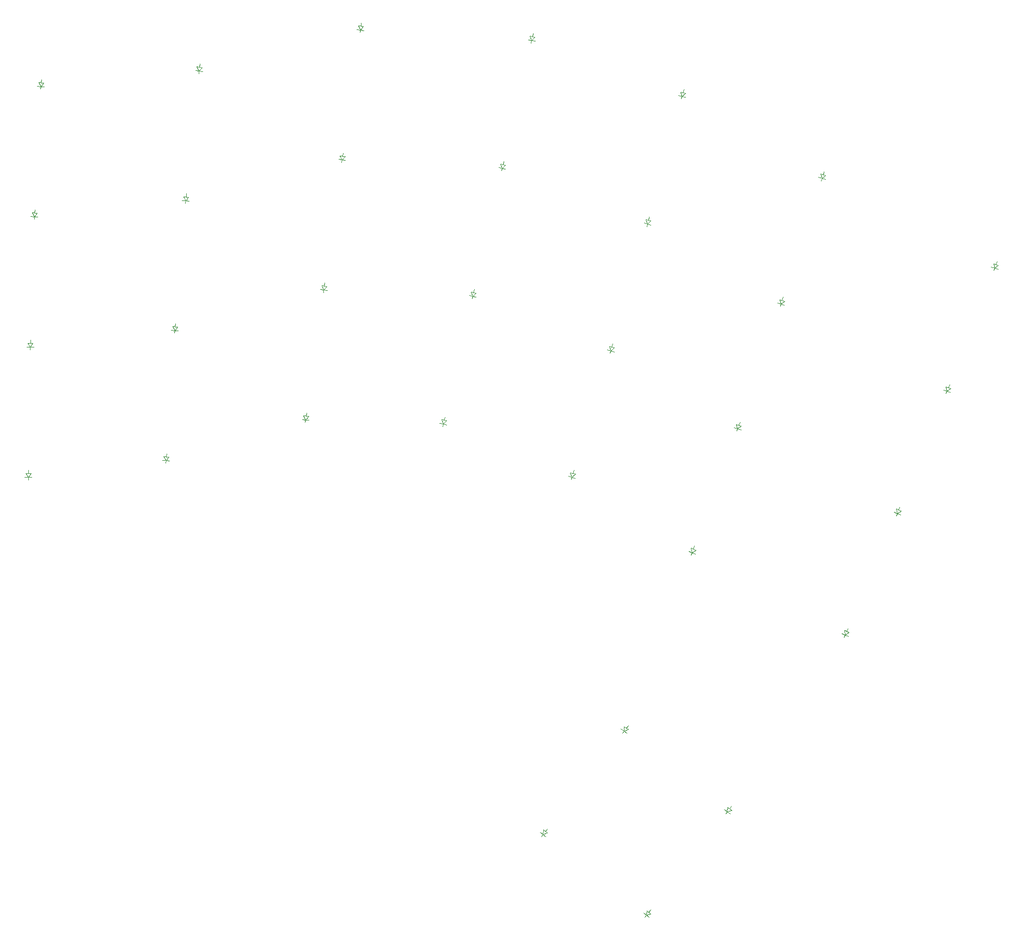
<source format=gbo>
%TF.GenerationSoftware,KiCad,Pcbnew,7.0.7+dfsg-1*%
%TF.CreationDate,2024-02-08T22:24:17-07:00*%
%TF.ProjectId,Keyboard,4b657962-6f61-4726-942e-6b696361645f,v1.0.0*%
%TF.SameCoordinates,Original*%
%TF.FileFunction,Legend,Bot*%
%TF.FilePolarity,Positive*%
%FSLAX46Y46*%
G04 Gerber Fmt 4.6, Leading zero omitted, Abs format (unit mm)*
G04 Created by KiCad (PCBNEW 7.0.7+dfsg-1) date 2024-02-08 22:24:17*
%MOMM*%
%LPD*%
G01*
G04 APERTURE LIST*
G04 Aperture macros list*
%AMRoundRect*
0 Rectangle with rounded corners*
0 $1 Rounding radius*
0 $2 $3 $4 $5 $6 $7 $8 $9 X,Y pos of 4 corners*
0 Add a 4 corners polygon primitive as box body*
4,1,4,$2,$3,$4,$5,$6,$7,$8,$9,$2,$3,0*
0 Add four circle primitives for the rounded corners*
1,1,$1+$1,$2,$3*
1,1,$1+$1,$4,$5*
1,1,$1+$1,$6,$7*
1,1,$1+$1,$8,$9*
0 Add four rect primitives between the rounded corners*
20,1,$1+$1,$2,$3,$4,$5,0*
20,1,$1+$1,$4,$5,$6,$7,0*
20,1,$1+$1,$6,$7,$8,$9,0*
20,1,$1+$1,$8,$9,$2,$3,0*%
%AMHorizOval*
0 Thick line with rounded ends*
0 $1 width*
0 $2 $3 position (X,Y) of the first rounded end (center of the circle)*
0 $4 $5 position (X,Y) of the second rounded end (center of the circle)*
0 Add line between two ends*
20,1,$1,$2,$3,$4,$5,0*
0 Add two circle primitives to create the rounded ends*
1,1,$1,$2,$3*
1,1,$1,$4,$5*%
%AMRotRect*
0 Rectangle, with rotation*
0 The origin of the aperture is its center*
0 $1 length*
0 $2 width*
0 $3 Rotation angle, in degrees counterclockwise*
0 Add horizontal line*
21,1,$1,$2,0,0,$3*%
G04 Aperture macros list end*
%ADD10C,0.100000*%
%ADD11C,1.752600*%
%ADD12RotRect,1.752600X1.752600X359.000000*%
%ADD13RoundRect,0.050000X0.575627X-0.480785X0.622729X0.417982X-0.575627X0.480785X-0.622729X-0.417982X0*%
%ADD14RoundRect,0.050000X0.841255X-0.934308X0.934308X0.841255X-0.841255X0.934308X-0.934308X-0.841255X0*%
%ADD15C,2.005000*%
%ADD16C,1.600000*%
%ADD17HorizOval,1.700000X-0.276151X0.117219X0.276151X-0.117219X0*%
%ADD18RoundRect,0.050000X0.567148X-0.490758X0.629929X0.407050X-0.567148X0.490758X-0.629929X-0.407050X0*%
%ADD19RoundRect,0.050000X0.824821X-0.948848X0.948848X0.824821X-0.824821X0.948848X-0.948848X-0.824821X0*%
%ADD20C,3.529000*%
%ADD21C,1.801800*%
%ADD22C,3.100000*%
%ADD23C,2.100000*%
%ADD24RoundRect,0.050000X0.592055X-0.460403X0.607762X0.439460X-0.592055X0.460403X-0.607762X-0.439460X0*%
%ADD25RoundRect,0.050000X0.873349X-0.904380X0.904380X0.873349X-0.873349X0.904380X-0.904380X-0.873349X0*%
%ADD26RoundRect,0.050000X0.583930X-0.470666X0.615339X0.428786X-0.583930X0.470666X-0.615339X-0.428786X0*%
%ADD27RoundRect,0.050000X0.857433X-0.919484X0.919484X0.857433X-0.857433X0.919484X-0.919484X-0.857433X0*%
%ADD28RoundRect,0.050000X0.558497X-0.500581X0.636937X0.395994X-0.558497X0.500581X-0.636937X-0.395994X0*%
%ADD29RoundRect,0.050000X0.808136X-0.963099X0.963099X0.808136X-0.808136X0.963099X-0.963099X-0.808136X0*%
%ADD30RoundRect,0.050000X0.549675X-0.510252X0.643751X0.384818X-0.549675X0.510252X-0.643751X-0.384818X0*%
%ADD31RoundRect,0.050000X0.791204X-0.977056X0.977056X0.791204X-0.791204X0.977056X-0.977056X-0.791204X0*%
%ADD32RoundRect,0.050000X0.540686X-0.519767X0.650369X0.373524X-0.540686X0.519767X-0.650369X-0.373524X0*%
%ADD33RoundRect,0.050000X0.774032X-0.990715X0.990715X0.774032X-0.774032X0.990715X-0.990715X-0.774032X0*%
%ADD34RoundRect,0.050000X0.531533X-0.529124X0.656789X0.362117X-0.531533X0.529124X-0.656789X-0.362117X0*%
%ADD35RoundRect,0.050000X0.756623X-1.004073X1.004073X0.756623X-0.756623X1.004073X-1.004073X-0.756623X0*%
%ADD36RoundRect,0.050000X0.483394X-0.573437X0.685850X0.303496X-0.483394X0.573437X-0.685850X-0.303496X0*%
%ADD37RoundRect,0.050000X0.666234X-1.066196X1.066196X0.666234X-0.666234X1.066196X-1.066196X-0.666234X0*%
%ADD38RoundRect,0.050000X0.442216X-0.605760X0.705350X0.254914X-0.442216X0.605760X-0.705350X-0.254914X0*%
%ADD39RoundRect,0.050000X0.590236X-1.110073X1.110073X0.590236X-0.590236X1.110073X-1.110073X-0.590236X0*%
%ADD40RoundRect,0.050000X0.452720X-0.597950X0.700794X0.267185X-0.452720X0.597950X-0.700794X-0.267185X0*%
%ADD41RoundRect,0.050000X0.609520X-1.099603X1.099603X0.609520X-0.609520X1.099603X-1.099603X-0.609520X0*%
%ADD42RoundRect,0.050000X0.463087X-0.589958X0.696024X0.279375X-0.463087X0.589958X-0.696024X-0.279375X0*%
%ADD43RoundRect,0.050000X0.628618X-1.088798X1.088798X0.628618X-0.628618X1.088798X-1.088798X-0.628618X0*%
%ADD44RoundRect,0.050000X0.473313X-0.581786X0.691042X0.291480X-0.473313X0.581786X-0.691042X-0.291480X0*%
%ADD45RoundRect,0.050000X0.647524X-1.077661X1.077661X0.647524X-0.647524X1.077661X-1.077661X-0.647524X0*%
%ADD46RoundRect,0.050000X0.409907X-0.628074X0.717725X0.217650X-0.409907X0.628074X-0.717725X-0.217650X0*%
%ADD47RoundRect,0.050000X0.531331X-1.139443X1.139443X0.531331X-0.531331X1.139443X-1.139443X-0.531331X0*%
%ADD48RoundRect,0.050000X0.420805X-0.620824X0.713817X0.230142X-0.420805X0.620824X-0.713817X-0.230142X0*%
%ADD49RoundRect,0.050000X0.551136X-1.129996X1.129996X0.551136X-0.551136X1.129996X-1.129996X-0.551136X0*%
%ADD50RoundRect,0.050000X0.431576X-0.613386X0.709692X0.242565X-0.431576X0.613386X-0.709692X-0.242565X0*%
%ADD51RoundRect,0.050000X0.570773X-1.120205X1.120205X0.570773X-0.570773X1.120205X-1.120205X-0.570773X0*%
%ADD52RoundRect,0.050000X0.376474X-0.648666X0.728132X0.179789X-0.376474X0.648666X-0.728132X-0.179789X0*%
%ADD53RoundRect,0.050000X0.470969X-1.165689X1.165689X0.470969X-0.470969X1.165689X-1.165689X-0.470969X0*%
%ADD54RoundRect,0.050000X0.387737X-0.641997X0.724883X0.192469X-0.387737X0.641997X-0.724883X-0.192469X0*%
%ADD55RoundRect,0.050000X0.491241X-1.157292X1.157292X0.491241X-0.491241X1.157292X-1.157292X-0.491241X0*%
%ADD56RoundRect,0.050000X0.398883X-0.635132X0.721414X0.205090X-0.398883X0.635132X-0.721414X-0.205090X0*%
%ADD57RoundRect,0.050000X0.511364X-1.148542X1.148542X0.511364X-0.511364X1.148542X-1.148542X-0.511364X0*%
%ADD58RoundRect,0.050000X0.195759X-0.724002X0.749854X-0.014792X-0.195759X0.724002X-0.749854X0.014792X0*%
%ADD59RoundRect,0.050000X0.153219X-1.247865X1.247865X0.153219X-0.153219X1.247865X-1.247865X-0.153219X0*%
%ADD60C,1.852600*%
%ADD61RoundRect,0.050000X-0.891460X-0.860873X0.860873X-0.891460X0.891460X0.860873X-0.860873X0.891460X0*%
G04 APERTURE END LIST*
D10*
%TO.C,D3*%
X138399799Y-82740302D02*
X138425967Y-82240987D01*
X138799251Y-82761236D02*
X138368397Y-83339479D01*
X138000347Y-82719367D02*
X138799251Y-82761236D01*
X138368397Y-83339479D02*
X138000347Y-82719367D01*
X138368397Y-83339479D02*
X138917644Y-83368264D01*
X138368397Y-83339479D02*
X137819151Y-83310695D01*
X138347463Y-83738931D02*
X138368397Y-83339479D01*
%TO.C,D4*%
X139411236Y-62501209D02*
X139446114Y-62002427D01*
X139810262Y-62529112D02*
X139369382Y-63099747D01*
X139012210Y-62473306D02*
X139810262Y-62529112D01*
X139369382Y-63099747D02*
X139012210Y-62473306D01*
X139369382Y-63099747D02*
X139918042Y-63138113D01*
X139369382Y-63099747D02*
X138820722Y-63061381D01*
X139341480Y-63498773D02*
X139369382Y-63099747D01*
%TO.C,D1*%
X137437252Y-123256026D02*
X137445978Y-122756102D01*
X137837191Y-123263007D02*
X137426781Y-123855935D01*
X137037313Y-123249045D02*
X137837191Y-123263007D01*
X137426781Y-123855935D02*
X137037313Y-123249045D01*
X137426781Y-123855935D02*
X137976697Y-123865534D01*
X137426781Y-123855935D02*
X136876864Y-123846336D01*
X137419800Y-124255874D02*
X137426781Y-123855935D01*
%TO.C,D2*%
X137741738Y-102993964D02*
X137759188Y-102494269D01*
X138141494Y-103007924D02*
X137720798Y-103593599D01*
X137341982Y-102980004D02*
X138141494Y-103007924D01*
X137720798Y-103593599D02*
X137341982Y-102980004D01*
X137720798Y-103593599D02*
X138270463Y-103612794D01*
X137720798Y-103593599D02*
X137171133Y-103574404D01*
X137706838Y-103993355D02*
X137720798Y-103593599D01*
%TO.C,D5*%
X158875603Y-120657718D02*
X158910481Y-120158936D01*
X159274629Y-120685621D02*
X158833749Y-121256256D01*
X158476577Y-120629815D02*
X159274629Y-120685621D01*
X158833749Y-121256256D02*
X158476577Y-120629815D01*
X158833749Y-121256256D02*
X159382409Y-121294622D01*
X158833749Y-121256256D02*
X158285089Y-121217890D01*
X158805847Y-121655282D02*
X158833749Y-121256256D01*
%TO.C,D6*%
X160240107Y-100439359D02*
X160283685Y-99941262D01*
X160638585Y-100474222D02*
X160187813Y-101037076D01*
X159841629Y-100404497D02*
X160638585Y-100474222D01*
X160187813Y-101037076D02*
X159841629Y-100404497D01*
X160187813Y-101037076D02*
X160735721Y-101085012D01*
X160187813Y-101037076D02*
X159639906Y-100989140D01*
X160152951Y-101435554D02*
X160187813Y-101037076D01*
%TO.C,D7*%
X161957261Y-80247895D02*
X162009525Y-79750634D01*
X162355070Y-80289706D02*
X161894544Y-80844608D01*
X161559452Y-80206083D02*
X162355070Y-80289706D01*
X161894544Y-80844608D02*
X161559452Y-80206083D01*
X161894544Y-80844608D02*
X162441531Y-80902098D01*
X161894544Y-80844608D02*
X161347557Y-80787117D01*
X161852733Y-81242416D02*
X161894544Y-80844608D01*
%TO.C,D8*%
X164026543Y-60089473D02*
X164087478Y-59593200D01*
X164423562Y-60138221D02*
X163953422Y-60685001D01*
X163629525Y-60040726D02*
X164423562Y-60138221D01*
X163953422Y-60685001D02*
X163629525Y-60040726D01*
X163953422Y-60685001D02*
X164499322Y-60752029D01*
X163953422Y-60685001D02*
X163407521Y-60617973D01*
X163904674Y-61082020D02*
X163953422Y-60685001D01*
%TO.C,D9*%
X180616884Y-114320524D02*
X180686471Y-113825390D01*
X181012992Y-114376193D02*
X180533380Y-114914685D01*
X180220777Y-114264855D02*
X181012992Y-114376193D01*
X180533380Y-114914685D02*
X180220777Y-114264855D01*
X180533380Y-114914685D02*
X181078028Y-114991230D01*
X180533380Y-114914685D02*
X179988733Y-114838140D01*
X180477711Y-115310792D02*
X180533380Y-114914685D01*
%TO.C,D10*%
X183456016Y-94119055D02*
X183525603Y-93623921D01*
X183852124Y-94174724D02*
X183372512Y-94713216D01*
X183059909Y-94063386D02*
X183852124Y-94174724D01*
X183372512Y-94713216D02*
X183059909Y-94063386D01*
X183372512Y-94713216D02*
X183917160Y-94789761D01*
X183372512Y-94713216D02*
X182827865Y-94636671D01*
X183316843Y-95109323D02*
X183372512Y-94713216D01*
%TO.C,D11*%
X186295147Y-73917587D02*
X186364734Y-73422453D01*
X186691255Y-73973256D02*
X186211643Y-74511748D01*
X185899040Y-73861918D02*
X186691255Y-73973256D01*
X186211643Y-74511748D02*
X185899040Y-73861918D01*
X186211643Y-74511748D02*
X186756291Y-74588293D01*
X186211643Y-74511748D02*
X185666996Y-74435203D01*
X186155974Y-74907855D02*
X186211643Y-74511748D01*
%TO.C,D12*%
X189134278Y-53716118D02*
X189203865Y-53220984D01*
X189530386Y-53771787D02*
X189050774Y-54310279D01*
X188738171Y-53660449D02*
X189530386Y-53771787D01*
X189050774Y-54310279D02*
X188738171Y-53660449D01*
X189050774Y-54310279D02*
X189595422Y-54386824D01*
X189050774Y-54310279D02*
X188506127Y-54233734D01*
X188995105Y-54706386D02*
X189050774Y-54310279D01*
%TO.C,D13*%
X202064301Y-114981207D02*
X202176776Y-114494022D01*
X202454049Y-115071188D02*
X201929330Y-115565830D01*
X201674553Y-114891227D02*
X202454049Y-115071188D01*
X201929330Y-115565830D02*
X201674553Y-114891227D01*
X201929330Y-115565830D02*
X202465234Y-115689553D01*
X201929330Y-115565830D02*
X201393427Y-115442106D01*
X201839350Y-115955578D02*
X201929330Y-115565830D01*
%TO.C,D14*%
X206653302Y-95104057D02*
X206765777Y-94616872D01*
X207043050Y-95194038D02*
X206518331Y-95688680D01*
X206263554Y-95014077D02*
X207043050Y-95194038D01*
X206518331Y-95688680D02*
X206263554Y-95014077D01*
X206518331Y-95688680D02*
X207054235Y-95812403D01*
X206518331Y-95688680D02*
X205982428Y-95564956D01*
X206428351Y-96078428D02*
X206518331Y-95688680D01*
%TO.C,D15*%
X211242303Y-75226908D02*
X211354778Y-74739723D01*
X211632051Y-75316889D02*
X211107332Y-75811531D01*
X210852555Y-75136928D02*
X211632051Y-75316889D01*
X211107332Y-75811531D02*
X210852555Y-75136928D01*
X211107332Y-75811531D02*
X211643236Y-75935254D01*
X211107332Y-75811531D02*
X210571429Y-75687807D01*
X211017352Y-76201279D02*
X211107332Y-75811531D01*
%TO.C,D16*%
X215831305Y-55349759D02*
X215943780Y-54862574D01*
X216221053Y-55439740D02*
X215696334Y-55934382D01*
X215441557Y-55259779D02*
X216221053Y-55439740D01*
X215696334Y-55934382D02*
X215441557Y-55259779D01*
X215696334Y-55934382D02*
X216232238Y-56058105D01*
X215696334Y-55934382D02*
X215160431Y-55810658D01*
X215606354Y-56324130D02*
X215696334Y-55934382D01*
%TO.C,D17*%
X222109524Y-123239462D02*
X222255710Y-122761309D01*
X222492046Y-123356410D02*
X221934101Y-123813245D01*
X221727002Y-123122513D02*
X222492046Y-123356410D01*
X221934101Y-123813245D02*
X221727002Y-123122513D01*
X221934101Y-123813245D02*
X222460069Y-123974049D01*
X221934101Y-123813245D02*
X221408133Y-123652440D01*
X221817152Y-124195767D02*
X221934101Y-123813245D01*
%TO.C,D18*%
X228158590Y-103613949D02*
X228296409Y-103133318D01*
X228543095Y-103724204D02*
X227993208Y-104190706D01*
X227774086Y-103503694D02*
X228543095Y-103724204D01*
X227993208Y-104190706D02*
X227774086Y-103503694D01*
X227993208Y-104190706D02*
X228521902Y-104342306D01*
X227993208Y-104190706D02*
X227464514Y-104039105D01*
X227882953Y-104575210D02*
X227993208Y-104190706D01*
%TO.C,D19*%
X233864224Y-83885854D02*
X233993633Y-83402891D01*
X234250594Y-83989381D02*
X233708932Y-84465409D01*
X233477853Y-83782326D02*
X234250594Y-83989381D01*
X233708932Y-84465409D02*
X233477853Y-83782326D01*
X233708932Y-84465409D02*
X234240192Y-84607760D01*
X233708932Y-84465409D02*
X233177673Y-84323059D01*
X233605405Y-84851779D02*
X233708932Y-84465409D01*
%TO.C,D20*%
X239224684Y-64061186D02*
X239345645Y-63576038D01*
X239612803Y-64157955D02*
X239079531Y-64643364D01*
X238836566Y-63964417D02*
X239612803Y-64157955D01*
X239079531Y-64643364D02*
X238836566Y-63964417D01*
X239079531Y-64643364D02*
X239613194Y-64776421D01*
X239079531Y-64643364D02*
X238545869Y-64510306D01*
X238982763Y-65031482D02*
X239079531Y-64643364D01*
%TO.C,D21*%
X240841152Y-135011086D02*
X241012162Y-134541240D01*
X241217029Y-135147894D02*
X240635940Y-135574901D01*
X240465275Y-134874278D02*
X241217029Y-135147894D01*
X240635940Y-135574901D02*
X240465275Y-134874278D01*
X240635940Y-135574901D02*
X241152771Y-135763012D01*
X240635940Y-135574901D02*
X240119109Y-135386790D01*
X240499132Y-135950778D02*
X240635940Y-135574901D01*
%TO.C,D22*%
X247909049Y-115729052D02*
X248071833Y-115256293D01*
X248287256Y-115859280D02*
X247713708Y-116296364D01*
X247530842Y-115598825D02*
X248287256Y-115859280D01*
X247713708Y-116296364D02*
X247530842Y-115598825D01*
X247713708Y-116296364D02*
X248233743Y-116475426D01*
X247713708Y-116296364D02*
X247193673Y-116117301D01*
X247583481Y-116674571D02*
X247713708Y-116296364D01*
%TO.C,D23*%
X254639350Y-96326604D02*
X254793859Y-95851076D01*
X255019773Y-96450211D02*
X254453940Y-96897238D01*
X254258928Y-96202997D02*
X255019773Y-96450211D01*
X254453940Y-96897238D02*
X254258928Y-96202997D01*
X254453940Y-96897238D02*
X254977021Y-97067197D01*
X254453940Y-96897238D02*
X253930859Y-96727278D01*
X254330333Y-97277660D02*
X254453940Y-96897238D01*
%TO.C,D24*%
X261030008Y-76809650D02*
X261176194Y-76331497D01*
X261412530Y-76926598D02*
X260854585Y-77383433D01*
X260647486Y-76692701D02*
X261412530Y-76926598D01*
X260854585Y-77383433D02*
X260647486Y-76692701D01*
X260854585Y-77383433D02*
X261380553Y-77544237D01*
X260854585Y-77383433D02*
X260328617Y-77222628D01*
X260737636Y-77765955D02*
X260854585Y-77383433D01*
%TO.C,D25*%
X264689100Y-147814941D02*
X264884465Y-147354688D01*
X265057302Y-147971233D02*
X264454661Y-148367244D01*
X264320898Y-147658648D02*
X265057302Y-147971233D01*
X264454661Y-148367244D02*
X264320898Y-147658648D01*
X264454661Y-148367244D02*
X264960939Y-148582146D01*
X264454661Y-148367244D02*
X263948383Y-148152342D01*
X264298369Y-148735446D02*
X264454661Y-148367244D01*
%TO.C,D26*%
X272756454Y-128929238D02*
X272943757Y-128465646D01*
X273127327Y-129079081D02*
X272531690Y-129485548D01*
X272385580Y-128779395D02*
X273127327Y-129079081D01*
X272531690Y-129485548D02*
X272385580Y-128779395D01*
X272531690Y-129485548D02*
X273041641Y-129691582D01*
X272531690Y-129485548D02*
X272021739Y-129279515D01*
X272381847Y-129856422D02*
X272531690Y-129485548D01*
%TO.C,D27*%
X280492978Y-109905616D02*
X280672162Y-109438826D01*
X280866410Y-110048963D02*
X280277957Y-110465764D01*
X280119546Y-109762269D02*
X280866410Y-110048963D01*
X280277957Y-110465764D02*
X280119546Y-109762269D01*
X280277957Y-110465764D02*
X280791426Y-110662867D01*
X280277957Y-110465764D02*
X279764488Y-110268662D01*
X280134610Y-110839196D02*
X280277957Y-110465764D01*
%TO.C,D28*%
X287896315Y-90749871D02*
X288067325Y-90280025D01*
X288272192Y-90886679D02*
X287691103Y-91313686D01*
X287520438Y-90613063D02*
X288272192Y-90886679D01*
X287691103Y-91313686D02*
X287520438Y-90613063D01*
X287691103Y-91313686D02*
X288207934Y-91501797D01*
X287691103Y-91313686D02*
X287174272Y-91125575D01*
X287554295Y-91689563D02*
X287691103Y-91313686D01*
%TO.C,D29*%
X217839041Y-178905823D02*
X218146872Y-178511818D01*
X218154246Y-179152088D02*
X217469644Y-179378630D01*
X217523837Y-178659559D02*
X218154246Y-179152088D01*
X217469644Y-179378630D02*
X217523837Y-178659559D01*
X217469644Y-179378630D02*
X217903050Y-179717244D01*
X217469644Y-179378630D02*
X217036239Y-179040016D01*
X217223380Y-179693834D02*
X217469644Y-179378630D01*
%TO.C,D30*%
X230398535Y-162830404D02*
X230706366Y-162436399D01*
X230713740Y-163076669D02*
X230029138Y-163303211D01*
X230083331Y-162584140D02*
X230713740Y-163076669D01*
X230029138Y-163303211D02*
X230083331Y-162584140D01*
X230029138Y-163303211D02*
X230462544Y-163641825D01*
X230029138Y-163303211D02*
X229595733Y-162964597D01*
X229782874Y-163618415D02*
X230029138Y-163303211D01*
%TO.C,D31*%
X233914460Y-191465317D02*
X234222291Y-191071312D01*
X234229665Y-191711582D02*
X233545063Y-191938124D01*
X233599256Y-191219053D02*
X234229665Y-191711582D01*
X233545063Y-191938124D02*
X233599256Y-191219053D01*
X233545063Y-191938124D02*
X233978469Y-192276738D01*
X233545063Y-191938124D02*
X233111658Y-191599510D01*
X233298799Y-192253328D02*
X233545063Y-191938124D01*
%TO.C,D32*%
X246473954Y-175389898D02*
X246781785Y-174995893D01*
X246789159Y-175636163D02*
X246104557Y-175862705D01*
X246158750Y-175143634D02*
X246789159Y-175636163D01*
X246104557Y-175862705D02*
X246158750Y-175143634D01*
X246104557Y-175862705D02*
X246537963Y-176201319D01*
X246104557Y-175862705D02*
X245671152Y-175524091D01*
X245858293Y-176177909D02*
X246104557Y-175862705D01*
%TD*%
D11*
%TO.C,MCU1*%
X199520860Y-137404971D03*
X196981246Y-137360642D03*
X194441633Y-137316312D03*
X191902020Y-137271983D03*
X189362407Y-137227654D03*
X186822794Y-137183325D03*
X184283181Y-137138996D03*
X181743568Y-137094667D03*
X179203954Y-137050338D03*
X176664341Y-137006009D03*
X174124728Y-136961680D03*
X171585115Y-136917350D03*
X199254885Y-152642650D03*
X196715272Y-152598320D03*
X194175659Y-152553991D03*
X191636046Y-152509662D03*
X189096432Y-152465333D03*
X186556819Y-152421004D03*
X184017206Y-152376675D03*
X181477593Y-152332346D03*
X178937980Y-152288017D03*
X176398367Y-152243688D03*
X173858754Y-152199358D03*
D12*
X171319140Y-152155029D03*
%TD*%
%LPC*%
D13*
%TO.C,D3*%
X138473069Y-81342220D03*
X138300361Y-84637698D03*
D14*
X138187315Y-86794738D03*
D15*
X138586115Y-79185180D03*
%TD*%
D16*
%TO.C,TRRS1*%
X258401050Y-161054305D03*
X264844584Y-163789423D03*
X257502368Y-163171466D03*
X263945902Y-165906584D03*
D17*
X255915687Y-159999331D03*
X255130879Y-164663458D03*
X258812898Y-166226382D03*
X261574413Y-167398576D03*
X255017005Y-162116492D03*
X257826924Y-158311974D03*
X261508943Y-159874899D03*
X264270458Y-161047092D03*
%TD*%
D18*
%TO.C,D4*%
X139508895Y-61104619D03*
X139278699Y-64396581D03*
D19*
X139128025Y-66551319D03*
D15*
X139659569Y-58949881D03*
%TD*%
D20*
%TO.C,S1*%
X129686434Y-120370316D03*
D21*
X135185596Y-120466304D03*
X124187272Y-120274328D03*
D22*
X134751119Y-116708149D03*
X129790276Y-114421222D03*
D23*
X126515775Y-114364066D03*
X138025620Y-116765306D03*
D22*
X124752642Y-116533625D03*
X129790276Y-114421222D03*
%TD*%
D20*
%TO.C,S2*%
X130042463Y-99973423D03*
D21*
X135539113Y-100165370D03*
X124545813Y-99781476D03*
D22*
X135170290Y-96400205D03*
X130250115Y-94027048D03*
D23*
X126977110Y-93912752D03*
X138443295Y-96514501D03*
D22*
X125176382Y-96051210D03*
X130250115Y-94027048D03*
%TD*%
D20*
%TO.C,S3*%
X130754413Y-79585850D03*
D21*
X136246875Y-79873698D03*
X125261951Y-79298002D03*
D22*
X135943821Y-76102669D03*
X131065812Y-73644004D03*
D23*
X127795300Y-73472604D03*
X139214332Y-76274069D03*
D22*
X125957525Y-75579309D03*
X131065812Y-73644004D03*
%TD*%
D20*
%TO.C,S4*%
X131822066Y-59213808D03*
D21*
X137308668Y-59597469D03*
X126335464Y-58830147D03*
D22*
X137071473Y-55821725D03*
X132237117Y-53278302D03*
D23*
X128970095Y-53049849D03*
X140338495Y-56050178D03*
D22*
X127095833Y-55124160D03*
X132237117Y-53278302D03*
%TD*%
D20*
%TO.C,S5*%
X151286434Y-117370316D03*
D21*
X156773036Y-117753977D03*
X145799832Y-116986655D03*
D22*
X156535841Y-113978233D03*
X151701485Y-111434810D03*
D23*
X148434463Y-111206357D03*
X159802863Y-114206686D03*
D22*
X146560201Y-113280668D03*
X151701485Y-111434810D03*
%TD*%
D20*
%TO.C,S6*%
X152709466Y-97020009D03*
D21*
X158188537Y-97499366D03*
X147230395Y-96540652D03*
D22*
X158017274Y-93720058D03*
X153228043Y-91092651D03*
D23*
X149965505Y-90807215D03*
X161279811Y-94005493D03*
D22*
X148055327Y-92848500D03*
X153228043Y-91092651D03*
%TD*%
D20*
%TO.C,S7*%
X154487443Y-76697638D03*
D21*
X159957313Y-77272545D03*
X149017573Y-76122731D03*
D22*
X159852034Y-73490823D03*
X155109387Y-70780233D03*
D23*
X151852328Y-70437902D03*
X163109093Y-73833154D03*
D22*
X149906815Y-72445539D03*
X155109387Y-70780233D03*
%TD*%
D20*
%TO.C,S8*%
X156619824Y-56409391D03*
D21*
X162078828Y-57079672D03*
X151160820Y-55739110D03*
D22*
X162039565Y-53296690D03*
X157344947Y-50503741D03*
D23*
X154094358Y-50104619D03*
X165290153Y-53695812D03*
D22*
X152114103Y-52077996D03*
X157344947Y-50503741D03*
%TD*%
D20*
%TO.C,S9*%
X173275520Y-110511736D03*
D21*
X178721994Y-111277188D03*
X167829046Y-109746284D03*
D22*
X178748759Y-107494096D03*
X174103600Y-104619641D03*
D23*
X170860472Y-104163849D03*
X181991887Y-107949888D03*
D22*
X168846079Y-106102365D03*
X174103600Y-104619641D03*
%TD*%
D20*
%TO.C,S10*%
X176114651Y-90310268D03*
D21*
X181561125Y-91075720D03*
X170668177Y-89544816D03*
D22*
X181587890Y-87292628D03*
X176942731Y-84418173D03*
D23*
X173699603Y-83962381D03*
X184831018Y-87748420D03*
D22*
X171685210Y-85900897D03*
X176942731Y-84418173D03*
%TD*%
%TO.C,S11*%
X179781862Y-64216704D03*
X174524341Y-65699428D03*
D23*
X187670149Y-67546951D03*
X176538734Y-63760912D03*
D22*
X179781862Y-64216704D03*
X184427021Y-67091159D03*
D21*
X173507308Y-69343347D03*
X184400256Y-70874251D03*
D20*
X178953782Y-70108799D03*
%TD*%
%TO.C,S12*%
X181792914Y-49907331D03*
D21*
X187239388Y-50672783D03*
X176346440Y-49141879D03*
D22*
X187266153Y-46889691D03*
X182620994Y-44015236D03*
D23*
X179377866Y-43559444D03*
X190509281Y-47345483D03*
D22*
X177363473Y-45497960D03*
X182620994Y-44015236D03*
%TD*%
D20*
%TO.C,S13*%
X195082829Y-110547071D03*
D21*
X200441864Y-111784302D03*
X189723794Y-109309840D03*
D22*
X200798246Y-108017939D03*
X196421288Y-104749569D03*
D23*
X193230226Y-104012854D03*
X203989308Y-108754653D03*
D22*
X191054545Y-105768428D03*
X196421288Y-104749569D03*
%TD*%
D20*
%TO.C,S14*%
X199671831Y-90669922D03*
D21*
X205030866Y-91907153D03*
X194312796Y-89432691D03*
D22*
X205387248Y-88140790D03*
X201010290Y-84872420D03*
D23*
X197819228Y-84135705D03*
X208578310Y-88877504D03*
D22*
X195643547Y-85891279D03*
X201010290Y-84872420D03*
%TD*%
D20*
%TO.C,S15*%
X204260832Y-70792772D03*
D21*
X209619867Y-72030003D03*
X198901797Y-69555541D03*
D22*
X209976249Y-68263640D03*
X205599291Y-64995270D03*
D23*
X202408229Y-64258555D03*
X213167311Y-69000354D03*
D22*
X200232548Y-66014129D03*
X205599291Y-64995270D03*
%TD*%
D20*
%TO.C,S16*%
X208849834Y-50915623D03*
D21*
X214208869Y-52152854D03*
X203490799Y-49678392D03*
D22*
X214565251Y-48386491D03*
X210188293Y-45118121D03*
D23*
X206997231Y-44381406D03*
X217756313Y-49123205D03*
D22*
X204821550Y-46136980D03*
X210188293Y-45118121D03*
%TD*%
D20*
%TO.C,S17*%
X215454369Y-118329124D03*
D21*
X220714045Y-119937168D03*
X210194693Y-116721080D03*
D22*
X221332287Y-116204840D03*
X217193981Y-112639111D03*
D23*
X214062083Y-111681593D03*
X224464185Y-117162357D03*
D22*
X211769239Y-113281123D03*
X217193981Y-112639111D03*
%TD*%
D20*
%TO.C,S18*%
X221418752Y-98820507D03*
D21*
X226705691Y-100336512D03*
X216131813Y-97304502D03*
D22*
X227258701Y-96593962D03*
X223058794Y-93101000D03*
D23*
X219910662Y-92198288D03*
X230406833Y-97496675D03*
D22*
X217646084Y-93837589D03*
X223058794Y-93101000D03*
%TD*%
D20*
%TO.C,S19*%
X227041754Y-79210769D03*
D21*
X232354346Y-80634274D03*
X221729162Y-77787264D03*
D22*
X232841955Y-76882642D03*
X228581727Y-73463510D03*
D23*
X225418320Y-72615878D03*
X236005362Y-77730275D03*
D22*
X223182696Y-74294452D03*
X228581727Y-73463510D03*
%TD*%
D20*
%TO.C,S20*%
X232321663Y-59505882D03*
D21*
X237658289Y-60836452D03*
X226985037Y-58175312D03*
D22*
X238080349Y-57076883D03*
X233761098Y-53732622D03*
D23*
X230583380Y-52940328D03*
X241258067Y-57869177D03*
D22*
X228377391Y-54657664D03*
X233761098Y-53732622D03*
%TD*%
D20*
%TO.C,S21*%
X234452105Y-129759174D03*
D21*
X239620414Y-131640285D03*
X229283796Y-127878063D03*
D22*
X240433144Y-127945427D03*
X236487125Y-124168003D03*
D23*
X233409632Y-123047887D03*
X243510637Y-129065543D03*
D22*
X231036217Y-124525226D03*
X236487125Y-124168003D03*
%TD*%
D20*
%TO.C,S22*%
X241429316Y-110589444D03*
D21*
X246629668Y-112380069D03*
X236228964Y-108798819D03*
D22*
X247377789Y-108671590D03*
X243366447Y-104963608D03*
D23*
X240269873Y-103897373D03*
X250474363Y-109737826D03*
D22*
X237922604Y-105415909D03*
X243366447Y-104963608D03*
%TD*%
D20*
%TO.C,S23*%
X248070907Y-91300865D03*
D21*
X253301718Y-93000458D03*
X242840096Y-89601272D03*
D22*
X253985003Y-89279488D03*
X249909558Y-85642079D03*
D23*
X246794848Y-84630048D03*
X257099713Y-90291519D03*
D22*
X244474438Y-86189318D03*
X249909558Y-85642079D03*
%TD*%
D20*
%TO.C,S24*%
X254374853Y-71899313D03*
D21*
X259634529Y-73507357D03*
X249115177Y-70291269D03*
D22*
X260252771Y-69775029D03*
X256114465Y-66209300D03*
D23*
X252982567Y-65251782D03*
X263384669Y-70732546D03*
D22*
X250689723Y-66851312D03*
X256114465Y-66209300D03*
%TD*%
D20*
%TO.C,S25*%
X258583673Y-142235850D03*
D21*
X263646450Y-144384871D03*
X253520896Y-140086829D03*
D22*
X264651439Y-140737612D03*
X260908523Y-136758846D03*
D23*
X257893870Y-135479202D03*
X267666092Y-142017257D03*
D22*
X255446390Y-136830301D03*
X260908523Y-136758846D03*
%TD*%
D20*
%TO.C,S26*%
X266554588Y-123457551D03*
D21*
X271654099Y-125517887D03*
X261455077Y-121397215D03*
D22*
X272595282Y-121853645D03*
X268783497Y-117940807D03*
D23*
X265746970Y-116713970D03*
X275631809Y-123080481D03*
D22*
X263323443Y-118107579D03*
X268783497Y-117940807D03*
%TD*%
D20*
%TO.C,S27*%
X274196562Y-104543000D03*
D21*
X279331254Y-106514024D03*
X269061870Y-102571976D03*
D22*
X280208344Y-102833913D03*
X276328851Y-98988196D03*
D23*
X273271375Y-97814541D03*
X283265820Y-104007568D03*
D22*
X270872540Y-99250234D03*
X276328851Y-98988196D03*
%TD*%
D20*
%TO.C,S28*%
X281507269Y-85497959D03*
D21*
X286675578Y-87379070D03*
X276338960Y-83616848D03*
D22*
X287488308Y-83684212D03*
X283542289Y-79906788D03*
D23*
X280464796Y-78786672D03*
X290565801Y-84804328D03*
D22*
X278091381Y-80264011D03*
X283542289Y-79906788D03*
%TD*%
%TO.C,S29*%
X217048812Y-167247970D03*
X211754303Y-165903286D03*
D23*
X222215146Y-174076192D03*
X214468077Y-165231679D03*
D22*
X217048812Y-167247970D03*
X219634410Y-172059901D03*
D21*
X209051567Y-168550496D03*
X217719685Y-175322772D03*
D20*
X213385626Y-171936634D03*
%TD*%
D22*
%TO.C,S30*%
X229608306Y-151172551D03*
X224313797Y-149827867D03*
D23*
X234774640Y-158000773D03*
X227027571Y-149156260D03*
D22*
X229608306Y-151172551D03*
X232193904Y-155984482D03*
D21*
X221611061Y-152475077D03*
X230279179Y-159247353D03*
D20*
X225945120Y-155861215D03*
%TD*%
D22*
%TO.C,S31*%
X233124232Y-179807464D03*
X227829723Y-178462780D03*
D23*
X238290566Y-186635686D03*
X230543497Y-177791173D03*
D22*
X233124232Y-179807464D03*
X235709830Y-184619395D03*
D21*
X225126987Y-181109990D03*
X233795105Y-187882266D03*
D20*
X229461046Y-184496128D03*
%TD*%
D22*
%TO.C,S32*%
X245683726Y-163732045D03*
X240389217Y-162387361D03*
D23*
X250850060Y-170560267D03*
X243102991Y-161715754D03*
D22*
X245683726Y-163732045D03*
X248269324Y-168543976D03*
D21*
X237686481Y-165034571D03*
X246354599Y-171806847D03*
D20*
X242020540Y-168420709D03*
%TD*%
D24*
%TO.C,D1*%
X137461685Y-121856239D03*
X137404093Y-125155737D03*
D25*
X137366395Y-127315408D03*
D15*
X137499383Y-119696568D03*
%TD*%
D26*
%TO.C,D2*%
X137790597Y-101594817D03*
X137675429Y-104892807D03*
D27*
X137600046Y-107051491D03*
D15*
X137865980Y-99436133D03*
%TD*%
D18*
%TO.C,D5*%
X158973262Y-119261128D03*
X158743066Y-122553090D03*
D19*
X158592392Y-124707828D03*
D15*
X159123936Y-117106390D03*
%TD*%
D28*
%TO.C,D6*%
X160362125Y-99044687D03*
X160074511Y-102332129D03*
D29*
X159886255Y-104483910D03*
D15*
X160550381Y-96892906D03*
%TD*%
D30*
%TO.C,D7*%
X162103601Y-78855564D03*
X161758657Y-82137486D03*
D31*
X161532876Y-84285653D03*
D15*
X162329382Y-76707397D03*
%TD*%
D32*
%TO.C,D8*%
X164197160Y-58699909D03*
X163794992Y-61975311D03*
D33*
X163531754Y-64119211D03*
D15*
X164460398Y-56556009D03*
%TD*%
D34*
%TO.C,D9*%
X180811727Y-112934149D03*
X180352455Y-116202033D03*
D35*
X180051841Y-118341012D03*
D15*
X181112341Y-110795170D03*
%TD*%
D34*
%TO.C,D10*%
X183650859Y-92732680D03*
X183191587Y-96000564D03*
D35*
X182890973Y-98139543D03*
D15*
X183951473Y-90593701D03*
%TD*%
D34*
%TO.C,D11*%
X186489990Y-72531212D03*
X186030718Y-75799096D03*
D35*
X185730104Y-77938075D03*
D15*
X186790604Y-70392233D03*
%TD*%
D34*
%TO.C,D12*%
X189329121Y-52329743D03*
X188869849Y-55597627D03*
D35*
X188569235Y-57736606D03*
D15*
X189629735Y-50190764D03*
%TD*%
D36*
%TO.C,D13*%
X202379232Y-113617089D03*
X201636894Y-116832511D03*
D37*
X201150999Y-118937150D03*
D15*
X202865127Y-111512450D03*
%TD*%
D36*
%TO.C,D14*%
X206968233Y-93739939D03*
X206225895Y-96955361D03*
D37*
X205740000Y-99060000D03*
D15*
X207454128Y-91635300D03*
%TD*%
D36*
%TO.C,D15*%
X211557234Y-73862790D03*
X210814896Y-77078212D03*
D37*
X210329001Y-79182851D03*
D15*
X212043129Y-71758151D03*
%TD*%
D36*
%TO.C,D16*%
X216146236Y-53985641D03*
X215403898Y-57201063D03*
D37*
X214918003Y-59305702D03*
D15*
X216632131Y-51881002D03*
%TD*%
D38*
%TO.C,D17*%
X222518844Y-121900635D03*
X221554018Y-125056441D03*
D39*
X220922495Y-127122059D03*
D15*
X223150367Y-119835017D03*
%TD*%
D40*
%TO.C,D18*%
X228544483Y-102268182D03*
X227634879Y-105440346D03*
D41*
X227039503Y-107516671D03*
D15*
X229139859Y-100191857D03*
%TD*%
D42*
%TO.C,D19*%
X234226570Y-82533557D03*
X233372468Y-85721113D03*
D43*
X232813418Y-87807512D03*
D15*
X234785620Y-80447158D03*
%TD*%
D44*
%TO.C,D20*%
X239563375Y-62702772D03*
X238765033Y-65904748D03*
D45*
X238242482Y-68000587D03*
D15*
X240085926Y-60606933D03*
%TD*%
D46*
%TO.C,D21*%
X241319980Y-133695516D03*
X240191314Y-136796502D03*
D47*
X239452550Y-138826238D03*
D15*
X242058744Y-131665780D03*
%TD*%
D48*
%TO.C,D22*%
X248364844Y-114405326D03*
X247290470Y-117525538D03*
D49*
X246587242Y-119567858D03*
D15*
X249068072Y-112363006D03*
%TD*%
D50*
%TO.C,D23*%
X255071974Y-94995125D03*
X254052218Y-98133611D03*
D51*
X253384741Y-100187893D03*
D15*
X255739451Y-92940843D03*
%TD*%
D38*
%TO.C,D24*%
X261439328Y-75470823D03*
X260474502Y-78626629D03*
D39*
X259842979Y-80692247D03*
D15*
X262070851Y-73405205D03*
%TD*%
D52*
%TO.C,D25*%
X265236123Y-146526234D03*
X263946711Y-149563900D03*
D53*
X263102731Y-151552190D03*
D15*
X266080103Y-144537944D03*
%TD*%
D54*
%TO.C,D26*%
X273280903Y-127631181D03*
X272044701Y-130690887D03*
D55*
X271235551Y-132693604D03*
D15*
X274090053Y-125628464D03*
%TD*%
D56*
%TO.C,D27*%
X280994693Y-108598603D03*
X279812079Y-111679419D03*
D57*
X279038004Y-113695952D03*
D15*
X281768768Y-106582070D03*
%TD*%
D46*
%TO.C,D28*%
X288375143Y-89434301D03*
X287246477Y-92535287D03*
D47*
X286507713Y-94565023D03*
D15*
X289113907Y-87404565D03*
%TD*%
D58*
%TO.C,D29*%
X218700967Y-177802608D03*
X216669285Y-180403044D03*
D59*
X215339456Y-182105147D03*
D15*
X220030796Y-176100505D03*
%TD*%
D58*
%TO.C,D30*%
X231260461Y-161727189D03*
X229228779Y-164327625D03*
D59*
X227898950Y-166029728D03*
D15*
X232590290Y-160025086D03*
%TD*%
D58*
%TO.C,D31*%
X234776386Y-190362102D03*
X232744704Y-192962538D03*
D59*
X231414875Y-194664641D03*
D15*
X236106215Y-188659999D03*
%TD*%
D58*
%TO.C,D32*%
X247335880Y-174286683D03*
X245304198Y-176887119D03*
D59*
X243974369Y-178589222D03*
D15*
X248665709Y-172584580D03*
%TD*%
D60*
%TO.C,MCU1*%
X199520860Y-137404971D03*
X196981246Y-137360642D03*
X194441633Y-137316312D03*
X191902020Y-137271983D03*
X189362407Y-137227654D03*
X186822794Y-137183325D03*
X184283181Y-137138996D03*
X181743568Y-137094667D03*
X179203954Y-137050338D03*
X176664341Y-137006009D03*
X174124728Y-136961680D03*
X171585115Y-136917350D03*
X199254885Y-152642650D03*
X196715272Y-152598320D03*
X194175659Y-152553991D03*
X191636046Y-152509662D03*
X189096432Y-152465333D03*
X186556819Y-152421004D03*
X184017206Y-152376675D03*
X181477593Y-152332346D03*
X178937980Y-152288017D03*
X176398367Y-152243688D03*
X173858754Y-152199358D03*
D61*
X171319140Y-152155029D03*
%TD*%
%LPD*%
M02*

</source>
